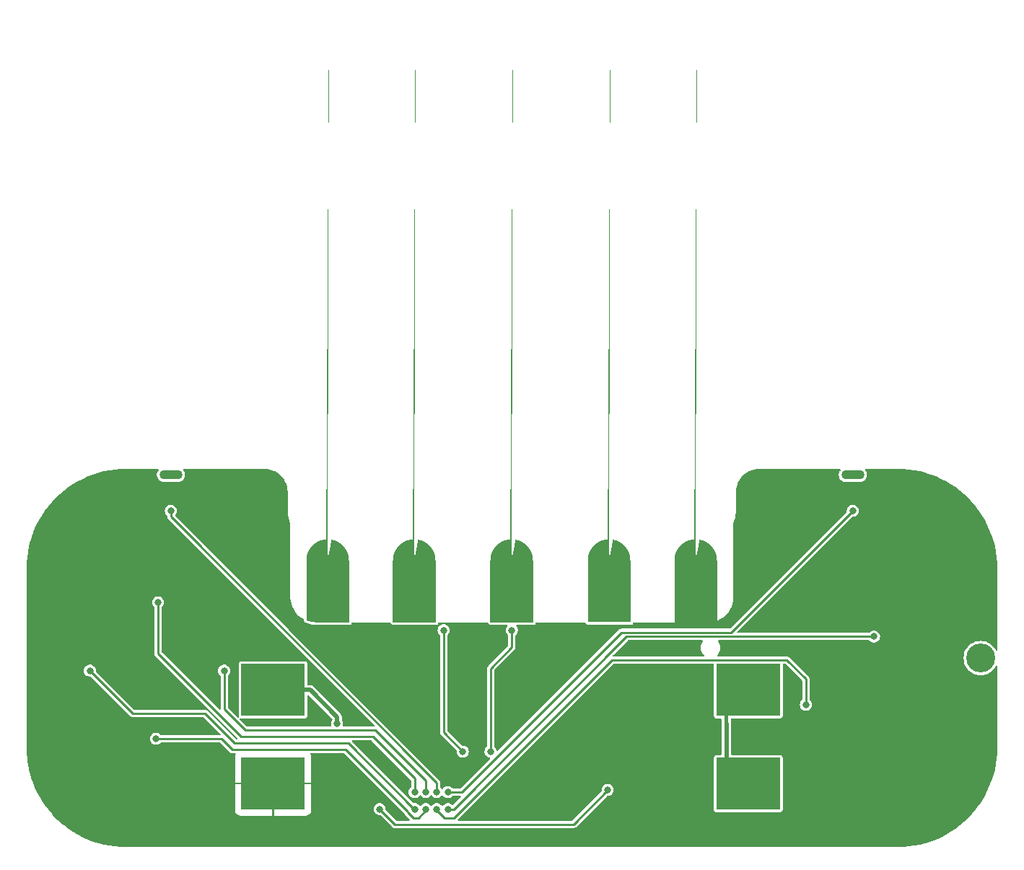
<source format=gbl>
%TF.GenerationSoftware,KiCad,Pcbnew,8.0.2-1*%
%TF.CreationDate,2024-07-01T17:17:08+01:00*%
%TF.ProjectId,solderbit-gamepad,736f6c64-6572-4626-9974-2d67616d6570,v0.6*%
%TF.SameCoordinates,Original*%
%TF.FileFunction,Copper,L2,Bot*%
%TF.FilePolarity,Positive*%
%FSLAX46Y46*%
G04 Gerber Fmt 4.6, Leading zero omitted, Abs format (unit mm)*
G04 Created by KiCad (PCBNEW 8.0.2-1) date 2024-07-01 17:17:08*
%MOMM*%
%LPD*%
G01*
G04 APERTURE LIST*
G04 Aperture macros list*
%AMFreePoly0*
4,1,13,3.725000,7.950000,-2.328457,7.950000,-2.326326,3.050000,3.725000,3.050000,3.725000,-3.050000,-3.725000,-3.050000,-3.725000,3.050000,-2.821543,3.050000,-2.823674,7.950000,-3.725000,7.950000,-3.725000,14.050000,3.725000,14.050000,3.725000,7.950000,3.725000,7.950000,$1*%
%AMFreePoly1*
4,1,51,0.468453,2.455718,0.772542,2.377641,1.064448,2.262068,1.339567,2.110820,1.593560,1.926283,1.822422,1.711368,2.022542,1.469463,2.190767,1.204384,2.324441,0.920311,2.421458,0.621725,2.480287,0.313333,2.500000,0.000000,2.480287,-0.313333,2.421458,-0.621725,2.324441,-0.920311,2.190767,-1.204384,2.022542,-1.469463,1.822422,-1.711368,1.593560,-1.926283,1.339567,-2.110820,
1.064448,-2.262068,0.772542,-2.377641,0.468453,-2.455718,0.156976,-2.495067,-0.156976,-2.495067,-0.468453,-2.455718,-0.772542,-2.377641,-1.064448,-2.262068,-1.339567,-2.110820,-1.593560,-1.926283,-1.822422,-1.711368,-2.022542,-1.469463,-2.190767,-1.204384,-2.324441,-0.920311,-2.421458,-0.621725,-2.480287,-0.313333,-2.500000,0.000000,-2.480287,0.313333,-2.421458,0.621725,-2.324441,0.920311,
-2.190767,1.204384,-2.022542,1.469463,-1.822422,1.711368,-1.593560,1.926283,-1.339567,2.110820,-1.064448,2.262068,-0.772542,2.377641,-0.468453,2.455718,-0.156976,2.495067,0.156976,2.495067,0.468453,2.455718,0.468453,2.455718,$1*%
%AMFreePoly2*
4,1,22,0.207708,0.454816,0.327430,0.377875,0.420627,0.270320,0.479746,0.140866,0.500000,0.000000,2.400000,0.000000,2.400000,-7.250000,-1.509995,-7.250000,-1.509995,-7.245363,-1.695996,-7.242549,-2.065134,-7.196484,-2.425728,-7.105063,-2.600000,-7.039999,-2.600000,0.000000,-0.500000,0.000000,-0.479746,0.140866,-0.420627,0.270320,-0.327430,0.377875,-0.207708,0.454816,-0.071157,0.494911,
0.071157,0.494911,0.207708,0.454816,0.207708,0.454816,$1*%
%AMFreePoly3*
4,1,17,0.207708,0.454816,0.327430,0.377875,0.420627,0.270320,0.479746,0.140866,0.500000,0.000000,2.500000,0.000000,2.500000,-7.250000,-2.500000,-7.250000,-2.500000,0.000000,-0.500000,0.000000,-0.479746,0.140866,-0.420627,0.270320,-0.327430,0.377875,-0.207708,0.454816,-0.071157,0.494911,0.071157,0.494911,0.207708,0.454816,0.207708,0.454816,$1*%
%AMFreePoly4*
4,1,5,2.530000,-3.750000,-2.470000,-3.750000,-2.470000,3.500000,2.530000,3.500000,2.530000,-3.750000,2.530000,-3.750000,$1*%
%AMFreePoly5*
4,1,17,0.207708,0.454816,0.327430,0.377875,0.420627,0.270320,0.479746,0.140866,0.500000,0.000000,2.600000,0.000000,2.600000,-7.300000,-2.400000,-7.300000,-2.400000,0.000000,-0.500000,0.000000,-0.479746,0.140866,-0.420627,0.270320,-0.327430,0.377875,-0.207708,0.454816,-0.071157,0.494911,0.071157,0.494911,0.207708,0.454816,0.207708,0.454816,$1*%
G04 Aperture macros list end*
%TA.AperFunction,ComponentPad*%
%ADD10O,2.700000X1.100000*%
%TD*%
%TA.AperFunction,SMDPad,CuDef*%
%ADD11FreePoly0,0.000000*%
%TD*%
%TA.AperFunction,SMDPad,CuDef*%
%ADD12R,7.450000X6.100000*%
%TD*%
%TA.AperFunction,ComponentPad*%
%ADD13FreePoly1,0.000000*%
%TD*%
%TA.AperFunction,SMDPad,CuDef*%
%ADD14FreePoly2,0.000000*%
%TD*%
%TA.AperFunction,SMDPad,CuDef*%
%ADD15FreePoly3,0.000000*%
%TD*%
%TA.AperFunction,SMDPad,CuDef*%
%ADD16FreePoly4,0.000000*%
%TD*%
%TA.AperFunction,SMDPad,CuDef*%
%ADD17FreePoly5,0.000000*%
%TD*%
%TA.AperFunction,ComponentPad*%
%ADD18C,3.400000*%
%TD*%
%TA.AperFunction,ViaPad*%
%ADD19C,0.800000*%
%TD*%
%TA.AperFunction,Conductor*%
%ADD20C,0.250000*%
%TD*%
%TA.AperFunction,Conductor*%
%ADD21C,0.500000*%
%TD*%
G04 APERTURE END LIST*
D10*
X144264719Y-37514719D03*
X64264719Y-37514719D03*
D11*
X132000000Y-73750000D03*
D12*
X76250000Y-62750000D03*
X76250000Y-73750000D03*
D13*
X82674719Y-47564719D03*
D14*
X82774719Y-47564719D03*
D15*
X92834719Y-47564719D03*
D13*
X92834719Y-47564719D03*
D15*
X104264719Y-47564719D03*
D13*
X104264719Y-47564719D03*
D16*
X115664719Y-51064719D03*
D13*
X115694719Y-47564719D03*
D17*
X125754719Y-47564719D03*
D13*
X125854719Y-47564719D03*
D18*
X159264719Y-59014719D03*
D19*
X95426577Y-71066179D03*
X112250000Y-55750000D03*
X156500000Y-42500000D03*
X66000000Y-77500000D03*
X88750000Y-76750000D03*
X115500000Y-74500000D03*
X98500000Y-70000000D03*
X96250000Y-55750000D03*
X101750000Y-70000000D03*
X104264719Y-55750000D03*
X92849991Y-76750000D03*
X54750000Y-60500000D03*
X62750000Y-52500000D03*
X92849991Y-74750000D03*
X94149994Y-74750000D03*
X70500000Y-60500000D03*
X94149994Y-76750000D03*
X62500000Y-68500000D03*
X138750000Y-64500000D03*
X95449997Y-76750000D03*
X146750000Y-56500000D03*
X96750000Y-76750000D03*
X95449997Y-74750000D03*
X64250000Y-41750000D03*
X96750000Y-74750000D03*
X144250000Y-41750000D03*
X83750000Y-66675000D03*
D20*
X90525000Y-78525000D02*
X88750000Y-76750000D01*
X115500000Y-74500000D02*
X111475000Y-78525000D01*
X111475000Y-78525000D02*
X90525000Y-78525000D01*
X96250000Y-67750000D02*
X98500000Y-70000000D01*
X96250000Y-55750000D02*
X96250000Y-67750000D01*
X104264719Y-57735281D02*
X104264719Y-55750000D01*
X101750000Y-60250000D02*
X104264719Y-57735281D01*
X101750000Y-70000000D02*
X101750000Y-60250000D01*
X71750000Y-69000000D02*
X68250000Y-65500000D01*
X92810660Y-76750000D02*
X85060660Y-69000000D01*
X85060660Y-69000000D02*
X71750000Y-69000000D01*
X92849991Y-76750000D02*
X92810660Y-76750000D01*
X59750000Y-65500000D02*
X54750000Y-60500000D01*
X68250000Y-65500000D02*
X59750000Y-65500000D01*
X72500000Y-68250000D02*
X62750000Y-58500000D01*
X87939340Y-68250000D02*
X72500000Y-68250000D01*
X92849991Y-74750000D02*
X92849991Y-73160651D01*
X62750000Y-58500000D02*
X62750000Y-52500000D01*
X92849991Y-73160651D02*
X87939340Y-68250000D01*
X72975000Y-67500000D02*
X70500000Y-65025000D01*
X94149994Y-73399994D02*
X88250000Y-67500000D01*
X88250000Y-67500000D02*
X72975000Y-67500000D01*
X70500000Y-65025000D02*
X70500000Y-60500000D01*
X94149994Y-74750000D02*
X94149994Y-73399994D01*
X94149994Y-76750000D02*
X94149994Y-76899566D01*
X71439340Y-69750000D02*
X70189340Y-68500000D01*
X84750000Y-69750000D02*
X71439340Y-69750000D01*
X93274560Y-77775000D02*
X92708264Y-77775000D01*
X70189340Y-68500000D02*
X62500000Y-68500000D01*
X92708264Y-77775000D02*
X92024991Y-77091727D01*
X94149994Y-76899566D02*
X93274560Y-77775000D01*
X92024991Y-77024991D02*
X84750000Y-69750000D01*
X92024991Y-77091727D02*
X92024991Y-77024991D01*
X97475000Y-77775000D02*
X96325431Y-77775000D01*
X136525000Y-59250000D02*
X116000000Y-59250000D01*
X96325431Y-77775000D02*
X95449997Y-76899566D01*
X95449997Y-76899566D02*
X95449997Y-76750000D01*
X138750000Y-61475000D02*
X136525000Y-59250000D01*
X116000000Y-59250000D02*
X97475000Y-77775000D01*
X138750000Y-64500000D02*
X138750000Y-61475000D01*
X117689340Y-56500000D02*
X97439340Y-76750000D01*
X97439340Y-76750000D02*
X96750000Y-76750000D01*
X146750000Y-56500000D02*
X117689340Y-56500000D01*
X64250000Y-41750000D02*
X64250000Y-42439340D01*
X64250000Y-42439340D02*
X95449997Y-73639337D01*
X95449997Y-73639337D02*
X95449997Y-74750000D01*
X130000000Y-56000000D02*
X144250000Y-41750000D01*
X117128680Y-56000000D02*
X130000000Y-56000000D01*
X96750000Y-74750000D02*
X98378680Y-74750000D01*
X98378680Y-74750000D02*
X117128680Y-56000000D01*
D21*
X83750000Y-65925000D02*
X80575000Y-62750000D01*
X80575000Y-62750000D02*
X76250000Y-62750000D01*
X83750000Y-66675000D02*
X83750000Y-65925000D01*
%TA.AperFunction,Conductor*%
G36*
X62782199Y-36834126D02*
G01*
X62818163Y-36883626D01*
X62818163Y-36944812D01*
X62806323Y-36969221D01*
X62804095Y-36972554D01*
X62804093Y-36972557D01*
X62759969Y-37038592D01*
X62711015Y-37111856D01*
X62646904Y-37266633D01*
X62646902Y-37266639D01*
X62614219Y-37430949D01*
X62614219Y-37598488D01*
X62646902Y-37762798D01*
X62646904Y-37762804D01*
X62711015Y-37917581D01*
X62711016Y-37917582D01*
X62804093Y-38056881D01*
X62922557Y-38175345D01*
X63061856Y-38268422D01*
X63216637Y-38332535D01*
X63380952Y-38365219D01*
X63380953Y-38365219D01*
X65148485Y-38365219D01*
X65148486Y-38365219D01*
X65312801Y-38332535D01*
X65467582Y-38268422D01*
X65606881Y-38175345D01*
X65725345Y-38056881D01*
X65818422Y-37917582D01*
X65882535Y-37762801D01*
X65915219Y-37598486D01*
X65915219Y-37430952D01*
X65882535Y-37266637D01*
X65818422Y-37111856D01*
X65725345Y-36972557D01*
X65725342Y-36972554D01*
X65723115Y-36969221D01*
X65706506Y-36910333D01*
X65727683Y-36852929D01*
X65778557Y-36818936D01*
X65805430Y-36815219D01*
X75202305Y-36815219D01*
X75247130Y-36815219D01*
X75252655Y-36815373D01*
X75545242Y-36831726D01*
X75556207Y-36832957D01*
X75842412Y-36881352D01*
X75853164Y-36883794D01*
X76132200Y-36963785D01*
X76142627Y-36967414D01*
X76411005Y-37078001D01*
X76420957Y-37082768D01*
X76675349Y-37222577D01*
X76684703Y-37228421D01*
X76854382Y-37348077D01*
X76921914Y-37395700D01*
X76930575Y-37402562D01*
X77147663Y-37595230D01*
X77155505Y-37603014D01*
X77349772Y-37818676D01*
X77356698Y-37827286D01*
X77525722Y-38063255D01*
X77531645Y-38072584D01*
X77673318Y-38325917D01*
X77678165Y-38335847D01*
X77790723Y-38603387D01*
X77794433Y-38613795D01*
X77876476Y-38892215D01*
X77879003Y-38902972D01*
X77929508Y-39188805D01*
X77930820Y-39199776D01*
X77949302Y-39491733D01*
X77949500Y-39497988D01*
X77949500Y-41810173D01*
X77949579Y-41811389D01*
X77949577Y-41937677D01*
X77949577Y-41937687D01*
X77985729Y-42281729D01*
X78057645Y-42620110D01*
X78164540Y-42949123D01*
X78256161Y-43154917D01*
X78264719Y-43195182D01*
X78264719Y-51814718D01*
X78266160Y-51919266D01*
X78267039Y-51983070D01*
X78304736Y-52317635D01*
X78304738Y-52317645D01*
X78379658Y-52645891D01*
X78490858Y-52963684D01*
X78490860Y-52963688D01*
X78636946Y-53267038D01*
X78816077Y-53552123D01*
X78816079Y-53552126D01*
X78816081Y-53552129D01*
X79025991Y-53815349D01*
X79025997Y-53815355D01*
X79026001Y-53815360D01*
X79264078Y-54053437D01*
X79264082Y-54053440D01*
X79264088Y-54053446D01*
X79527308Y-54263356D01*
X79527312Y-54263358D01*
X79527315Y-54263361D01*
X79812400Y-54442492D01*
X79813160Y-54442858D01*
X79813295Y-54442987D01*
X79814829Y-54443835D01*
X79814605Y-54444239D01*
X79857391Y-54485133D01*
X79869219Y-54532060D01*
X79869219Y-54604736D01*
X79870890Y-54636635D01*
X79870890Y-54636638D01*
X79870891Y-54636639D01*
X79902939Y-54744238D01*
X79955737Y-54812398D01*
X79971692Y-54832995D01*
X80060733Y-54886626D01*
X80067866Y-54890922D01*
X80242138Y-54955986D01*
X80273913Y-54965913D01*
X80634507Y-55057334D01*
X80634519Y-55057336D01*
X80634526Y-55057338D01*
X80671750Y-55064351D01*
X80671753Y-55064352D01*
X80745381Y-55073539D01*
X81040893Y-55110417D01*
X81074102Y-55112733D01*
X81229526Y-55115083D01*
X81246204Y-55116756D01*
X81264724Y-55120219D01*
X81264728Y-55120219D01*
X85174724Y-55120219D01*
X85188813Y-55119567D01*
X85202907Y-55118916D01*
X85310892Y-55088191D01*
X85400486Y-55020533D01*
X85459589Y-54925078D01*
X85465113Y-54895526D01*
X85494389Y-54841803D01*
X85549655Y-54815546D01*
X85562427Y-54814719D01*
X89947741Y-54814719D01*
X90005932Y-54833626D01*
X90041896Y-54883126D01*
X90042952Y-54886594D01*
X90061247Y-54950892D01*
X90128905Y-55040486D01*
X90224360Y-55099589D01*
X90334719Y-55120219D01*
X95334724Y-55120219D01*
X95348813Y-55119567D01*
X95362907Y-55118916D01*
X95470892Y-55088191D01*
X95560486Y-55020533D01*
X95619589Y-54925078D01*
X95625113Y-54895526D01*
X95654389Y-54841803D01*
X95709655Y-54815546D01*
X95722427Y-54814719D01*
X101377741Y-54814719D01*
X101435932Y-54833626D01*
X101471896Y-54883126D01*
X101472952Y-54886594D01*
X101491247Y-54950892D01*
X101558905Y-55040486D01*
X101654360Y-55099589D01*
X101764719Y-55120219D01*
X103659956Y-55120219D01*
X103718147Y-55139126D01*
X103754111Y-55188626D01*
X103754111Y-55249812D01*
X103738890Y-55276419D01*
X103739938Y-55277143D01*
X103736538Y-55282069D01*
X103736536Y-55282071D01*
X103639901Y-55422070D01*
X103593090Y-55545504D01*
X103579579Y-55581129D01*
X103560442Y-55738737D01*
X103559074Y-55750000D01*
X103579579Y-55918872D01*
X103639901Y-56077930D01*
X103736536Y-56217929D01*
X103736538Y-56217931D01*
X103736541Y-56217934D01*
X103805867Y-56279350D01*
X103836886Y-56332089D01*
X103839219Y-56353453D01*
X103839219Y-57518025D01*
X103820312Y-57576216D01*
X103810223Y-57588029D01*
X101488737Y-59909515D01*
X101488736Y-59909514D01*
X101409514Y-59988737D01*
X101353498Y-60085758D01*
X101324500Y-60193983D01*
X101324500Y-69396545D01*
X101305593Y-69454736D01*
X101291149Y-69470647D01*
X101221823Y-69532064D01*
X101221816Y-69532072D01*
X101125182Y-69672070D01*
X101064860Y-69831129D01*
X101044355Y-69999998D01*
X101044355Y-70000001D01*
X101051190Y-70056290D01*
X101064860Y-70168872D01*
X101125182Y-70327930D01*
X101193240Y-70426528D01*
X101221816Y-70467927D01*
X101221818Y-70467930D01*
X101228933Y-70474233D01*
X101349148Y-70580734D01*
X101499775Y-70659790D01*
X101548551Y-70671812D01*
X101624067Y-70690425D01*
X101676042Y-70722708D01*
X101699115Y-70779377D01*
X101684473Y-70838784D01*
X101670379Y-70856552D01*
X98231428Y-74295504D01*
X98176911Y-74323281D01*
X98161424Y-74324500D01*
X97359428Y-74324500D01*
X97301237Y-74305593D01*
X97282419Y-74286314D01*
X97282152Y-74286552D01*
X97278181Y-74282069D01*
X97193295Y-74206867D01*
X97150852Y-74169266D01*
X97000225Y-74090210D01*
X97000224Y-74090209D01*
X97000223Y-74090209D01*
X96835058Y-74049500D01*
X96835056Y-74049500D01*
X96664944Y-74049500D01*
X96664941Y-74049500D01*
X96499776Y-74090209D01*
X96349146Y-74169267D01*
X96221825Y-74282064D01*
X96221817Y-74282071D01*
X96181474Y-74340518D01*
X96181473Y-74340519D01*
X96132855Y-74377667D01*
X96071688Y-74379145D01*
X96021334Y-74344387D01*
X96018523Y-74340518D01*
X95978180Y-74282071D01*
X95978176Y-74282067D01*
X95978173Y-74282064D01*
X95908848Y-74220647D01*
X95877829Y-74167907D01*
X95875497Y-74146545D01*
X95875497Y-73583320D01*
X95875497Y-73583319D01*
X95846500Y-73475100D01*
X95846498Y-73475097D01*
X95846498Y-73475095D01*
X95790482Y-73378074D01*
X95711260Y-73298851D01*
X95711260Y-73298852D01*
X78162408Y-55750000D01*
X95544355Y-55750000D01*
X95564860Y-55918872D01*
X95625182Y-56077930D01*
X95721817Y-56217929D01*
X95721819Y-56217931D01*
X95721822Y-56217934D01*
X95791148Y-56279350D01*
X95822167Y-56332089D01*
X95824500Y-56353453D01*
X95824500Y-67693982D01*
X95824500Y-67806018D01*
X95833662Y-67840210D01*
X95853498Y-67914241D01*
X95909513Y-68011260D01*
X95909515Y-68011263D01*
X96842659Y-68944407D01*
X97771519Y-69873267D01*
X97799296Y-69927784D01*
X97799793Y-69955202D01*
X97794355Y-69999995D01*
X97794355Y-70000002D01*
X97804207Y-70081139D01*
X97814860Y-70168872D01*
X97875182Y-70327930D01*
X97943240Y-70426528D01*
X97971816Y-70467927D01*
X97971818Y-70467930D01*
X97978933Y-70474233D01*
X98099148Y-70580734D01*
X98249775Y-70659790D01*
X98414944Y-70700500D01*
X98414947Y-70700500D01*
X98585053Y-70700500D01*
X98585056Y-70700500D01*
X98750225Y-70659790D01*
X98900852Y-70580734D01*
X99028183Y-70467929D01*
X99124818Y-70327930D01*
X99185140Y-70168872D01*
X99205645Y-70000000D01*
X99205644Y-69999995D01*
X99199279Y-69947571D01*
X99185140Y-69831128D01*
X99124818Y-69672070D01*
X99028183Y-69532071D01*
X98900852Y-69419266D01*
X98750225Y-69340210D01*
X98750224Y-69340209D01*
X98750223Y-69340209D01*
X98585058Y-69299500D01*
X98585056Y-69299500D01*
X98442256Y-69299500D01*
X98384065Y-69280593D01*
X98372252Y-69270504D01*
X96704496Y-67602748D01*
X96676719Y-67548231D01*
X96675500Y-67532744D01*
X96675500Y-56353453D01*
X96694407Y-56295262D01*
X96708852Y-56279350D01*
X96778177Y-56217934D01*
X96778183Y-56217929D01*
X96874818Y-56077930D01*
X96935140Y-55918872D01*
X96955645Y-55750000D01*
X96954277Y-55738737D01*
X96944658Y-55659515D01*
X96935140Y-55581128D01*
X96874818Y-55422070D01*
X96778183Y-55282071D01*
X96772620Y-55277143D01*
X96650853Y-55169267D01*
X96650852Y-55169266D01*
X96500225Y-55090210D01*
X96500224Y-55090209D01*
X96500223Y-55090209D01*
X96335058Y-55049500D01*
X96335056Y-55049500D01*
X96164944Y-55049500D01*
X96164941Y-55049500D01*
X95999776Y-55090209D01*
X95849146Y-55169267D01*
X95721818Y-55282069D01*
X95721817Y-55282071D01*
X95625182Y-55422070D01*
X95578371Y-55545504D01*
X95564860Y-55581129D01*
X95545723Y-55738737D01*
X95544355Y-55750000D01*
X78162408Y-55750000D01*
X64774154Y-42361746D01*
X64746377Y-42307229D01*
X64755948Y-42246797D01*
X64774570Y-42222732D01*
X64774210Y-42222413D01*
X64778177Y-42217934D01*
X64778183Y-42217929D01*
X64874818Y-42077930D01*
X64935140Y-41918872D01*
X64955645Y-41750000D01*
X64955263Y-41746858D01*
X64951651Y-41717105D01*
X64935140Y-41581128D01*
X64874818Y-41422070D01*
X64778183Y-41282071D01*
X64710857Y-41222426D01*
X64650853Y-41169267D01*
X64650852Y-41169266D01*
X64500225Y-41090210D01*
X64500224Y-41090209D01*
X64500223Y-41090209D01*
X64335058Y-41049500D01*
X64335056Y-41049500D01*
X64164944Y-41049500D01*
X64164941Y-41049500D01*
X63999776Y-41090209D01*
X63849146Y-41169267D01*
X63721818Y-41282069D01*
X63721816Y-41282072D01*
X63625182Y-41422070D01*
X63564860Y-41581129D01*
X63544737Y-41746858D01*
X63544355Y-41750000D01*
X63564860Y-41918872D01*
X63625182Y-42077930D01*
X63721817Y-42217929D01*
X63721819Y-42217931D01*
X63721822Y-42217934D01*
X63791148Y-42279350D01*
X63822167Y-42332089D01*
X63824500Y-42353453D01*
X63824500Y-42383322D01*
X63824500Y-42495358D01*
X63850072Y-42590795D01*
X63853498Y-42603581D01*
X63909513Y-42700600D01*
X63909515Y-42700603D01*
X76021310Y-54812398D01*
X88114408Y-66905496D01*
X88142185Y-66960013D01*
X88132614Y-67020445D01*
X88089349Y-67063710D01*
X88044404Y-67074500D01*
X84491101Y-67074500D01*
X84432910Y-67055593D01*
X84396946Y-67006093D01*
X84396946Y-66944907D01*
X84398534Y-66940395D01*
X84411769Y-66905496D01*
X84435140Y-66843872D01*
X84455645Y-66675000D01*
X84435140Y-66506128D01*
X84374818Y-66347070D01*
X84318024Y-66264790D01*
X84300500Y-66208553D01*
X84300500Y-65852525D01*
X84293979Y-65828188D01*
X84262984Y-65712515D01*
X84262983Y-65712513D01*
X84235111Y-65664236D01*
X84235111Y-65664235D01*
X84190511Y-65586987D01*
X84190510Y-65586985D01*
X80913015Y-62309490D01*
X80787485Y-62237016D01*
X80647475Y-62199500D01*
X80647474Y-62199500D01*
X80374499Y-62199500D01*
X80316308Y-62180593D01*
X80280344Y-62131093D01*
X80275499Y-62100500D01*
X80275499Y-59655139D01*
X80275499Y-59655136D01*
X80272585Y-59630009D01*
X80227206Y-59527235D01*
X80147765Y-59447794D01*
X80044991Y-59402415D01*
X80044990Y-59402414D01*
X80044988Y-59402414D01*
X80019868Y-59399500D01*
X72480139Y-59399500D01*
X72480136Y-59399501D01*
X72455009Y-59402414D01*
X72352235Y-59447794D01*
X72272794Y-59527235D01*
X72227414Y-59630011D01*
X72224500Y-59655130D01*
X72224500Y-65844860D01*
X72224501Y-65844863D01*
X72227414Y-65869990D01*
X72227415Y-65869992D01*
X72235412Y-65888104D01*
X72241619Y-65948974D01*
X72210863Y-66001867D01*
X72154890Y-66026580D01*
X72095082Y-66013674D01*
X72074843Y-65998095D01*
X70954496Y-64877748D01*
X70926719Y-64823231D01*
X70925500Y-64807744D01*
X70925500Y-61103453D01*
X70944407Y-61045262D01*
X70958852Y-61029350D01*
X71028177Y-60967934D01*
X71028183Y-60967929D01*
X71124818Y-60827930D01*
X71185140Y-60668872D01*
X71205645Y-60500000D01*
X71185140Y-60331128D01*
X71124818Y-60172070D01*
X71028183Y-60032071D01*
X70985103Y-59993906D01*
X70900853Y-59919267D01*
X70900852Y-59919266D01*
X70750225Y-59840210D01*
X70750224Y-59840209D01*
X70750223Y-59840209D01*
X70585058Y-59799500D01*
X70585056Y-59799500D01*
X70414944Y-59799500D01*
X70414941Y-59799500D01*
X70249776Y-59840209D01*
X70099146Y-59919267D01*
X69971818Y-60032069D01*
X69971817Y-60032071D01*
X69875182Y-60172070D01*
X69814860Y-60331128D01*
X69794355Y-60500000D01*
X69814860Y-60668872D01*
X69875182Y-60827930D01*
X69971817Y-60967929D01*
X69971819Y-60967931D01*
X69971822Y-60967934D01*
X70041148Y-61029350D01*
X70072167Y-61082089D01*
X70074500Y-61103453D01*
X70074500Y-64983744D01*
X70055593Y-65041935D01*
X70006093Y-65077899D01*
X69944907Y-65077899D01*
X69905496Y-65053748D01*
X63204496Y-58352748D01*
X63176719Y-58298231D01*
X63175500Y-58282744D01*
X63175500Y-53103453D01*
X63194407Y-53045262D01*
X63208852Y-53029350D01*
X63278177Y-52967934D01*
X63278183Y-52967929D01*
X63374818Y-52827930D01*
X63435140Y-52668872D01*
X63455645Y-52500000D01*
X63435140Y-52331128D01*
X63374818Y-52172070D01*
X63278183Y-52032071D01*
X63222866Y-51983065D01*
X63150853Y-51919267D01*
X63150852Y-51919266D01*
X63000225Y-51840210D01*
X63000224Y-51840209D01*
X63000223Y-51840209D01*
X62835058Y-51799500D01*
X62835056Y-51799500D01*
X62664944Y-51799500D01*
X62664941Y-51799500D01*
X62499776Y-51840209D01*
X62349146Y-51919267D01*
X62221818Y-52032069D01*
X62221817Y-52032071D01*
X62125182Y-52172070D01*
X62064860Y-52331128D01*
X62044355Y-52500000D01*
X62064860Y-52668872D01*
X62125182Y-52827930D01*
X62221817Y-52967929D01*
X62221819Y-52967931D01*
X62221822Y-52967934D01*
X62291148Y-53029350D01*
X62322167Y-53082089D01*
X62324500Y-53103453D01*
X62324500Y-58443982D01*
X62324500Y-58556018D01*
X62326960Y-58565198D01*
X62353498Y-58664241D01*
X62406530Y-58756093D01*
X62409515Y-58761263D01*
X67544798Y-63896545D01*
X72053749Y-68405496D01*
X72081526Y-68460013D01*
X72071955Y-68520445D01*
X72028690Y-68563710D01*
X71983745Y-68574500D01*
X71967256Y-68574500D01*
X71909065Y-68555593D01*
X71897252Y-68545504D01*
X70257244Y-66905496D01*
X68511263Y-65159515D01*
X68511260Y-65159513D01*
X68414240Y-65103498D01*
X68414242Y-65103498D01*
X68372251Y-65092247D01*
X68306018Y-65074500D01*
X68306016Y-65074500D01*
X59967256Y-65074500D01*
X59909065Y-65055593D01*
X59897252Y-65045504D01*
X55478479Y-60626731D01*
X55450702Y-60572214D01*
X55450205Y-60544798D01*
X55455645Y-60500000D01*
X55435140Y-60331128D01*
X55374818Y-60172070D01*
X55278183Y-60032071D01*
X55235103Y-59993906D01*
X55150853Y-59919267D01*
X55150852Y-59919266D01*
X55000225Y-59840210D01*
X55000224Y-59840209D01*
X55000223Y-59840209D01*
X54835058Y-59799500D01*
X54835056Y-59799500D01*
X54664944Y-59799500D01*
X54664941Y-59799500D01*
X54499776Y-59840209D01*
X54349146Y-59919267D01*
X54221818Y-60032069D01*
X54221817Y-60032071D01*
X54125182Y-60172070D01*
X54064860Y-60331128D01*
X54044355Y-60500000D01*
X54064860Y-60668872D01*
X54125182Y-60827930D01*
X54221817Y-60967929D01*
X54349148Y-61080734D01*
X54499775Y-61159790D01*
X54664944Y-61200500D01*
X54664947Y-61200500D01*
X54807744Y-61200500D01*
X54865935Y-61219407D01*
X54877748Y-61229496D01*
X59409515Y-65761263D01*
X59409514Y-65761263D01*
X59488737Y-65840485D01*
X59585759Y-65896501D01*
X59585757Y-65896501D01*
X59585761Y-65896502D01*
X59585763Y-65896503D01*
X59693982Y-65925500D01*
X68032744Y-65925500D01*
X68090935Y-65944407D01*
X68102748Y-65954496D01*
X70053748Y-67905496D01*
X70081525Y-67960013D01*
X70071954Y-68020445D01*
X70028689Y-68063710D01*
X69983744Y-68074500D01*
X63109428Y-68074500D01*
X63051237Y-68055593D01*
X63032419Y-68036314D01*
X63032152Y-68036552D01*
X63028181Y-68032069D01*
X62900853Y-67919267D01*
X62900852Y-67919266D01*
X62750225Y-67840210D01*
X62750224Y-67840209D01*
X62750223Y-67840209D01*
X62585058Y-67799500D01*
X62585056Y-67799500D01*
X62414944Y-67799500D01*
X62414941Y-67799500D01*
X62249776Y-67840209D01*
X62099146Y-67919267D01*
X61971818Y-68032069D01*
X61971816Y-68032072D01*
X61875182Y-68172070D01*
X61814860Y-68331129D01*
X61794355Y-68499998D01*
X61794355Y-68500001D01*
X61796837Y-68520445D01*
X61814860Y-68668872D01*
X61875182Y-68827930D01*
X61971817Y-68967929D01*
X62099148Y-69080734D01*
X62249775Y-69159790D01*
X62414944Y-69200500D01*
X62414947Y-69200500D01*
X62585053Y-69200500D01*
X62585056Y-69200500D01*
X62750225Y-69159790D01*
X62900852Y-69080734D01*
X63028183Y-68967929D01*
X63028186Y-68967923D01*
X63032152Y-68963448D01*
X63033125Y-68964310D01*
X63076564Y-68931114D01*
X63109428Y-68925500D01*
X69972084Y-68925500D01*
X70030275Y-68944407D01*
X70042088Y-68954496D01*
X71098855Y-70011263D01*
X71098854Y-70011263D01*
X71178077Y-70090485D01*
X71275099Y-70146501D01*
X71275097Y-70146501D01*
X71275101Y-70146502D01*
X71275103Y-70146503D01*
X71383322Y-70175500D01*
X71789939Y-70175500D01*
X71848130Y-70194407D01*
X71884094Y-70243907D01*
X71884094Y-70305093D01*
X71874199Y-70326473D01*
X71840643Y-70380874D01*
X71785493Y-70547306D01*
X71775000Y-70650012D01*
X71775000Y-73649999D01*
X71775001Y-73650000D01*
X80724998Y-73650000D01*
X80724999Y-73649999D01*
X80724999Y-70650013D01*
X80714507Y-70547312D01*
X80714504Y-70547300D01*
X80659356Y-70380874D01*
X80625801Y-70326473D01*
X80611344Y-70267020D01*
X80634594Y-70210424D01*
X80686670Y-70178303D01*
X80710061Y-70175500D01*
X84532744Y-70175500D01*
X84590935Y-70194407D01*
X84602748Y-70204496D01*
X91600313Y-77202061D01*
X91625934Y-77246437D01*
X91628486Y-77255960D01*
X91628489Y-77255967D01*
X91661223Y-77312663D01*
X91684506Y-77352990D01*
X92063372Y-77731856D01*
X92262012Y-77930496D01*
X92289789Y-77985013D01*
X92280218Y-78045445D01*
X92236953Y-78088710D01*
X92192008Y-78099500D01*
X90742256Y-78099500D01*
X90684065Y-78080593D01*
X90672252Y-78070504D01*
X89478479Y-76876731D01*
X89450702Y-76822214D01*
X89450205Y-76794798D01*
X89455645Y-76750000D01*
X89435140Y-76581128D01*
X89374818Y-76422070D01*
X89278183Y-76282071D01*
X89150852Y-76169266D01*
X89000225Y-76090210D01*
X89000224Y-76090209D01*
X89000223Y-76090209D01*
X88835058Y-76049500D01*
X88835056Y-76049500D01*
X88664944Y-76049500D01*
X88664941Y-76049500D01*
X88499776Y-76090209D01*
X88349146Y-76169267D01*
X88221818Y-76282069D01*
X88221816Y-76282072D01*
X88181473Y-76340519D01*
X88125182Y-76422070D01*
X88064860Y-76581128D01*
X88044355Y-76750000D01*
X88064860Y-76918872D01*
X88125182Y-77077930D01*
X88221817Y-77217929D01*
X88349148Y-77330734D01*
X88499775Y-77409790D01*
X88664944Y-77450500D01*
X88664947Y-77450500D01*
X88807744Y-77450500D01*
X88865935Y-77469407D01*
X88877748Y-77479496D01*
X90184515Y-78786263D01*
X90184514Y-78786263D01*
X90263737Y-78865485D01*
X90360759Y-78921501D01*
X90360757Y-78921501D01*
X90360761Y-78921502D01*
X90360763Y-78921503D01*
X90468982Y-78950500D01*
X90468984Y-78950500D01*
X111531016Y-78950500D01*
X111531018Y-78950500D01*
X111639237Y-78921503D01*
X111639239Y-78921501D01*
X111639241Y-78921501D01*
X111668064Y-78904859D01*
X111736263Y-78865485D01*
X115372251Y-75229495D01*
X115426768Y-75201719D01*
X115442255Y-75200500D01*
X115585053Y-75200500D01*
X115585056Y-75200500D01*
X115750225Y-75159790D01*
X115900852Y-75080734D01*
X116028183Y-74967929D01*
X116124818Y-74827930D01*
X116185140Y-74668872D01*
X116205645Y-74500000D01*
X116204245Y-74488474D01*
X116190970Y-74379145D01*
X116185140Y-74331128D01*
X116124818Y-74172070D01*
X116028183Y-74032071D01*
X115900852Y-73919266D01*
X115750225Y-73840210D01*
X115750224Y-73840209D01*
X115750223Y-73840209D01*
X115585058Y-73799500D01*
X115585056Y-73799500D01*
X115414944Y-73799500D01*
X115414941Y-73799500D01*
X115249776Y-73840209D01*
X115099146Y-73919267D01*
X114971818Y-74032069D01*
X114971816Y-74032072D01*
X114931687Y-74090209D01*
X114875182Y-74172070D01*
X114828371Y-74295504D01*
X114814860Y-74331129D01*
X114794355Y-74499997D01*
X114794355Y-74500003D01*
X114799793Y-74544795D01*
X114788037Y-74604841D01*
X114771519Y-74626731D01*
X111327748Y-78070504D01*
X111273231Y-78098281D01*
X111257744Y-78099500D01*
X97991256Y-78099500D01*
X97933065Y-78080593D01*
X97897101Y-78031093D01*
X97897101Y-77969907D01*
X97921252Y-77930496D01*
X116147251Y-59704496D01*
X116201768Y-59676719D01*
X116217255Y-59675500D01*
X127870500Y-59675500D01*
X127928691Y-59694407D01*
X127964655Y-59743907D01*
X127969500Y-59774500D01*
X127969500Y-65800004D01*
X127970802Y-65828183D01*
X127970802Y-65828186D01*
X127970803Y-65828188D01*
X127982697Y-65869990D01*
X128001528Y-65936173D01*
X128051137Y-66001867D01*
X128069186Y-66025767D01*
X128164641Y-66084870D01*
X128275000Y-66105500D01*
X128770500Y-66105500D01*
X128828691Y-66124407D01*
X128864655Y-66173907D01*
X128869500Y-66204500D01*
X128869500Y-70295500D01*
X128850593Y-70353691D01*
X128801093Y-70389655D01*
X128770500Y-70394500D01*
X128274995Y-70394500D01*
X128246816Y-70395802D01*
X128246812Y-70395803D01*
X128138826Y-70426528D01*
X128049233Y-70494185D01*
X128049231Y-70494188D01*
X127990129Y-70589641D01*
X127969500Y-70699999D01*
X127969500Y-76800004D01*
X127970802Y-76828183D01*
X127970802Y-76828186D01*
X127970803Y-76828188D01*
X128001528Y-76936173D01*
X128069186Y-77025767D01*
X128164641Y-77084870D01*
X128275000Y-77105500D01*
X135725005Y-77105500D01*
X135739094Y-77104848D01*
X135753188Y-77104197D01*
X135861173Y-77073472D01*
X135950767Y-77005814D01*
X136009870Y-76910359D01*
X136030500Y-76800000D01*
X136030500Y-70700000D01*
X136029197Y-70671812D01*
X135998472Y-70563827D01*
X135930814Y-70474233D01*
X135930811Y-70474231D01*
X135835358Y-70415129D01*
X135725000Y-70394500D01*
X130079500Y-70394500D01*
X130021309Y-70375593D01*
X129985345Y-70326093D01*
X129980500Y-70295500D01*
X129980500Y-66204500D01*
X129999407Y-66146309D01*
X130048907Y-66110345D01*
X130079500Y-66105500D01*
X135725005Y-66105500D01*
X135739094Y-66104848D01*
X135753188Y-66104197D01*
X135861173Y-66073472D01*
X135950767Y-66005814D01*
X136009870Y-65910359D01*
X136030500Y-65800000D01*
X136030500Y-59774500D01*
X136049407Y-59716309D01*
X136098907Y-59680345D01*
X136129500Y-59675500D01*
X136307744Y-59675500D01*
X136365935Y-59694407D01*
X136377748Y-59704496D01*
X138295504Y-61622252D01*
X138323281Y-61676769D01*
X138324500Y-61692256D01*
X138324500Y-63896545D01*
X138305593Y-63954736D01*
X138291149Y-63970647D01*
X138221823Y-64032064D01*
X138221817Y-64032071D01*
X138125182Y-64172070D01*
X138064860Y-64331128D01*
X138044355Y-64500000D01*
X138064860Y-64668872D01*
X138125182Y-64827930D01*
X138221816Y-64967927D01*
X138221818Y-64967930D01*
X138264260Y-65005530D01*
X138349148Y-65080734D01*
X138499775Y-65159790D01*
X138664944Y-65200500D01*
X138664947Y-65200500D01*
X138835053Y-65200500D01*
X138835056Y-65200500D01*
X139000225Y-65159790D01*
X139150852Y-65080734D01*
X139278183Y-64967929D01*
X139374818Y-64827930D01*
X139435140Y-64668872D01*
X139455645Y-64500000D01*
X139435140Y-64331128D01*
X139374818Y-64172070D01*
X139278183Y-64032071D01*
X139278179Y-64032067D01*
X139278176Y-64032064D01*
X139208851Y-63970647D01*
X139177832Y-63917907D01*
X139175500Y-63896545D01*
X139175500Y-61418983D01*
X139175500Y-61418982D01*
X139146503Y-61310763D01*
X139146501Y-61310760D01*
X139146501Y-61310758D01*
X139090485Y-61213737D01*
X139011263Y-61134514D01*
X139011263Y-61134515D01*
X136786263Y-58909515D01*
X136786260Y-58909513D01*
X136689240Y-58853498D01*
X136689242Y-58853498D01*
X136647251Y-58842247D01*
X136581018Y-58824500D01*
X136581016Y-58824500D01*
X128416561Y-58824500D01*
X128358370Y-58805593D01*
X128322406Y-58756093D01*
X128322406Y-58694907D01*
X128346555Y-58655498D01*
X128452553Y-58549501D01*
X128558996Y-58402994D01*
X128641211Y-58241639D01*
X128697171Y-58069409D01*
X128719187Y-57930404D01*
X128725500Y-57890549D01*
X128725500Y-57709450D01*
X128697171Y-57530593D01*
X128697171Y-57530591D01*
X128641211Y-57358361D01*
X128558996Y-57197006D01*
X128475940Y-57082689D01*
X128457034Y-57024500D01*
X128475941Y-56966309D01*
X128525441Y-56930345D01*
X128556034Y-56925500D01*
X146140572Y-56925500D01*
X146198763Y-56944407D01*
X146217580Y-56963685D01*
X146217848Y-56963448D01*
X146221816Y-56967928D01*
X146221817Y-56967929D01*
X146349148Y-57080734D01*
X146499775Y-57159790D01*
X146664944Y-57200500D01*
X146664947Y-57200500D01*
X146835053Y-57200500D01*
X146835056Y-57200500D01*
X147000225Y-57159790D01*
X147150852Y-57080734D01*
X147278183Y-56967929D01*
X147374818Y-56827930D01*
X147435140Y-56668872D01*
X147455645Y-56500000D01*
X147435140Y-56331128D01*
X147374818Y-56172070D01*
X147278183Y-56032071D01*
X147150852Y-55919266D01*
X147000225Y-55840210D01*
X147000224Y-55840209D01*
X147000223Y-55840209D01*
X146835058Y-55799500D01*
X146835056Y-55799500D01*
X146664944Y-55799500D01*
X146664941Y-55799500D01*
X146499776Y-55840209D01*
X146349146Y-55919267D01*
X146221818Y-56032069D01*
X146217848Y-56036552D01*
X146216874Y-56035689D01*
X146173436Y-56068886D01*
X146140572Y-56074500D01*
X130766256Y-56074500D01*
X130708065Y-56055593D01*
X130672101Y-56006093D01*
X130672101Y-55944907D01*
X130696252Y-55905496D01*
X144122250Y-42479496D01*
X144176767Y-42451719D01*
X144192254Y-42450500D01*
X144335053Y-42450500D01*
X144335056Y-42450500D01*
X144500225Y-42409790D01*
X144650852Y-42330734D01*
X144778183Y-42217929D01*
X144874818Y-42077930D01*
X144935140Y-41918872D01*
X144955645Y-41750000D01*
X144955263Y-41746858D01*
X144951651Y-41717105D01*
X144935140Y-41581128D01*
X144874818Y-41422070D01*
X144778183Y-41282071D01*
X144710857Y-41222426D01*
X144650853Y-41169267D01*
X144650852Y-41169266D01*
X144500225Y-41090210D01*
X144500224Y-41090209D01*
X144500223Y-41090209D01*
X144335058Y-41049500D01*
X144335056Y-41049500D01*
X144164944Y-41049500D01*
X144164941Y-41049500D01*
X143999776Y-41090209D01*
X143849146Y-41169267D01*
X143721818Y-41282069D01*
X143721816Y-41282072D01*
X143625182Y-41422070D01*
X143564860Y-41581129D01*
X143544355Y-41749997D01*
X143544355Y-41750004D01*
X143549793Y-41794797D01*
X143538037Y-41854842D01*
X143521519Y-41876732D01*
X129852748Y-55545504D01*
X129798231Y-55573281D01*
X129782744Y-55574500D01*
X117184698Y-55574500D01*
X117072661Y-55574500D01*
X117006428Y-55592246D01*
X116964438Y-55603498D01*
X116867417Y-55659514D01*
X116788194Y-55738736D01*
X116788195Y-55738737D01*
X116788193Y-55738739D01*
X102607136Y-69919794D01*
X102552619Y-69947571D01*
X102492187Y-69938000D01*
X102448922Y-69894735D01*
X102438855Y-69861724D01*
X102435140Y-69831128D01*
X102374818Y-69672070D01*
X102278183Y-69532071D01*
X102278179Y-69532067D01*
X102278176Y-69532064D01*
X102208851Y-69470647D01*
X102177832Y-69417907D01*
X102175500Y-69396545D01*
X102175500Y-60467255D01*
X102194407Y-60409064D01*
X102204490Y-60397257D01*
X104605204Y-57996544D01*
X104661222Y-57899518D01*
X104690219Y-57791299D01*
X104690219Y-57679262D01*
X104690219Y-56353453D01*
X104709126Y-56295262D01*
X104723571Y-56279350D01*
X104792896Y-56217934D01*
X104792902Y-56217929D01*
X104889537Y-56077930D01*
X104949859Y-55918872D01*
X104970364Y-55750000D01*
X104968996Y-55738737D01*
X104959377Y-55659515D01*
X104949859Y-55581128D01*
X104889537Y-55422070D01*
X104792902Y-55282071D01*
X104792900Y-55282069D01*
X104789500Y-55277143D01*
X104791434Y-55275807D01*
X104770945Y-55228781D01*
X104784143Y-55169036D01*
X104829938Y-55128459D01*
X104869482Y-55120219D01*
X106764724Y-55120219D01*
X106778813Y-55119567D01*
X106792907Y-55118916D01*
X106900892Y-55088191D01*
X106990486Y-55020533D01*
X107049589Y-54925078D01*
X107055113Y-54895526D01*
X107084389Y-54841803D01*
X107139655Y-54815546D01*
X107152427Y-54814719D01*
X112807741Y-54814719D01*
X112865932Y-54833626D01*
X112901896Y-54883126D01*
X112902952Y-54886594D01*
X112921247Y-54950892D01*
X112988905Y-55040486D01*
X113084360Y-55099589D01*
X113194719Y-55120219D01*
X118194724Y-55120219D01*
X118208813Y-55119567D01*
X118222907Y-55118916D01*
X118330892Y-55088191D01*
X118420486Y-55020533D01*
X118479589Y-54925078D01*
X118485113Y-54895526D01*
X118514389Y-54841803D01*
X118569655Y-54815546D01*
X118582427Y-54814719D01*
X127264690Y-54814719D01*
X127264719Y-54814719D01*
X127433065Y-54812399D01*
X127767640Y-54774701D01*
X128095891Y-54699780D01*
X128413689Y-54588578D01*
X128717038Y-54442492D01*
X129002123Y-54263361D01*
X129265360Y-54053437D01*
X129503437Y-53815360D01*
X129713361Y-53552123D01*
X129892492Y-53267038D01*
X130038578Y-52963689D01*
X130149780Y-52645891D01*
X130224701Y-52317640D01*
X130262399Y-51983065D01*
X130264719Y-51814719D01*
X130264719Y-43129158D01*
X130273278Y-43088891D01*
X130291724Y-43047460D01*
X130335510Y-42949116D01*
X130442413Y-42620104D01*
X130514339Y-42281720D01*
X130550500Y-41937672D01*
X130550500Y-41764700D01*
X130550500Y-41717105D01*
X130550500Y-39517491D01*
X130550656Y-39511928D01*
X130567236Y-39217346D01*
X130568485Y-39206290D01*
X130617545Y-38918188D01*
X130620025Y-38907350D01*
X130701106Y-38626564D01*
X130704782Y-38616082D01*
X130816860Y-38346165D01*
X130821688Y-38336163D01*
X130963349Y-38080521D01*
X130969278Y-38071112D01*
X131138729Y-37832979D01*
X131145657Y-37824319D01*
X131340764Y-37606699D01*
X131348622Y-37598868D01*
X131566915Y-37404516D01*
X131575615Y-37397607D01*
X131814332Y-37228982D01*
X131823751Y-37223093D01*
X132079878Y-37082322D01*
X132089888Y-37077532D01*
X132360203Y-36966386D01*
X132370705Y-36962743D01*
X132651764Y-36882637D01*
X132662611Y-36880194D01*
X132950889Y-36832131D01*
X132961945Y-36830922D01*
X133256578Y-36815362D01*
X133262098Y-36815226D01*
X133306945Y-36815382D01*
X133306947Y-36815381D01*
X133313206Y-36815403D01*
X133315610Y-36815219D01*
X142724008Y-36815219D01*
X142782199Y-36834126D01*
X142818163Y-36883626D01*
X142818163Y-36944812D01*
X142806323Y-36969221D01*
X142804095Y-36972554D01*
X142804093Y-36972557D01*
X142759969Y-37038592D01*
X142711015Y-37111856D01*
X142646904Y-37266633D01*
X142646902Y-37266639D01*
X142614219Y-37430949D01*
X142614219Y-37598488D01*
X142646902Y-37762798D01*
X142646904Y-37762804D01*
X142711015Y-37917581D01*
X142711016Y-37917582D01*
X142804093Y-38056881D01*
X142922557Y-38175345D01*
X143061856Y-38268422D01*
X143216637Y-38332535D01*
X143380952Y-38365219D01*
X143380953Y-38365219D01*
X145148485Y-38365219D01*
X145148486Y-38365219D01*
X145312801Y-38332535D01*
X145467582Y-38268422D01*
X145606881Y-38175345D01*
X145725345Y-38056881D01*
X145818422Y-37917582D01*
X145882535Y-37762801D01*
X145915219Y-37598486D01*
X145915219Y-37430952D01*
X145882535Y-37266637D01*
X145818422Y-37111856D01*
X145725345Y-36972557D01*
X145725342Y-36972554D01*
X145723115Y-36969221D01*
X145706506Y-36910333D01*
X145727683Y-36852929D01*
X145778557Y-36818936D01*
X145805430Y-36815219D01*
X149467105Y-36815219D01*
X149513313Y-36815219D01*
X149516089Y-36815258D01*
X149536934Y-36815842D01*
X150167943Y-36833546D01*
X150173425Y-36833854D01*
X150821894Y-36888552D01*
X150827353Y-36889167D01*
X151471683Y-36980132D01*
X151477158Y-36981062D01*
X152115362Y-37108009D01*
X152120776Y-37109245D01*
X152750840Y-37271772D01*
X152756176Y-37273309D01*
X153376146Y-37470911D01*
X153381387Y-37472745D01*
X153429213Y-37491001D01*
X153989320Y-37704805D01*
X153994414Y-37706915D01*
X154588413Y-37972712D01*
X154593377Y-37975104D01*
X155171495Y-38273767D01*
X155176341Y-38276444D01*
X155736808Y-38607056D01*
X155736827Y-38607067D01*
X155741498Y-38610002D01*
X156282580Y-38971541D01*
X156287045Y-38974710D01*
X156807003Y-39366019D01*
X156811328Y-39369468D01*
X157308510Y-39789301D01*
X157312625Y-39792978D01*
X157334609Y-39813762D01*
X157785470Y-40240016D01*
X157789396Y-40243942D01*
X158055763Y-40525688D01*
X158236430Y-40716786D01*
X158240112Y-40720905D01*
X158311552Y-40805507D01*
X158659942Y-41218085D01*
X158663404Y-41222427D01*
X159054670Y-41742329D01*
X159057880Y-41746853D01*
X159101002Y-41811389D01*
X159419400Y-42287907D01*
X159422354Y-42292609D01*
X159752954Y-42853058D01*
X159755640Y-42857918D01*
X160054293Y-43436019D01*
X160056703Y-43441022D01*
X160322483Y-44034984D01*
X160324608Y-44040115D01*
X160556658Y-44648023D01*
X160558492Y-44653264D01*
X160756095Y-45273240D01*
X160757632Y-45278576D01*
X160920158Y-45908641D01*
X160921394Y-45914055D01*
X161048340Y-46552259D01*
X161049270Y-46557734D01*
X161140230Y-47202035D01*
X161140852Y-47207553D01*
X161195544Y-47855961D01*
X161195855Y-47861506D01*
X161214180Y-48514692D01*
X161214219Y-48517468D01*
X161214219Y-58022843D01*
X161195312Y-58081034D01*
X161145812Y-58116998D01*
X161084626Y-58116998D01*
X161035126Y-58081034D01*
X161028329Y-58070289D01*
X160951947Y-57930408D01*
X160951945Y-57930404D01*
X160780458Y-57701324D01*
X160578114Y-57498980D01*
X160349034Y-57327493D01*
X160349029Y-57327490D01*
X160097883Y-57190353D01*
X160097881Y-57190352D01*
X159829769Y-57090351D01*
X159829765Y-57090350D01*
X159550147Y-57029523D01*
X159550144Y-57029522D01*
X159550141Y-57029522D01*
X159264719Y-57009109D01*
X158979296Y-57029522D01*
X158699668Y-57090351D01*
X158431556Y-57190352D01*
X158431554Y-57190353D01*
X158180408Y-57327490D01*
X157951328Y-57498976D01*
X157748976Y-57701328D01*
X157577490Y-57930408D01*
X157440353Y-58181554D01*
X157440352Y-58181556D01*
X157340351Y-58449668D01*
X157279522Y-58729296D01*
X157259109Y-59014719D01*
X157279522Y-59300141D01*
X157340351Y-59579769D01*
X157440352Y-59847881D01*
X157440353Y-59847883D01*
X157570246Y-60085763D01*
X157577493Y-60099034D01*
X157748980Y-60328114D01*
X157951324Y-60530458D01*
X158180404Y-60701945D01*
X158180408Y-60701947D01*
X158411125Y-60827929D01*
X158431558Y-60839086D01*
X158699673Y-60939088D01*
X158979291Y-60999915D01*
X159264719Y-61020329D01*
X159550147Y-60999915D01*
X159829765Y-60939088D01*
X160097880Y-60839086D01*
X160349034Y-60701945D01*
X160578114Y-60530458D01*
X160780458Y-60328114D01*
X160951945Y-60099034D01*
X161028329Y-59959148D01*
X161072811Y-59917137D01*
X161133492Y-59909295D01*
X161187193Y-59938618D01*
X161213403Y-59993906D01*
X161214219Y-60006594D01*
X161214219Y-69513333D01*
X161214180Y-69516110D01*
X161195892Y-70167933D01*
X161195581Y-70173477D01*
X161140888Y-70821885D01*
X161140266Y-70827403D01*
X161049305Y-71471704D01*
X161048375Y-71477179D01*
X160921428Y-72115383D01*
X160920192Y-72120797D01*
X160757665Y-72750862D01*
X160756128Y-72756198D01*
X160558526Y-73376169D01*
X160556692Y-73381410D01*
X160324638Y-73989329D01*
X160322512Y-73994460D01*
X160056733Y-74588416D01*
X160054324Y-74593419D01*
X159755675Y-75171512D01*
X159752989Y-75176373D01*
X159422371Y-75736851D01*
X159419419Y-75741547D01*
X159075145Y-76256792D01*
X159057922Y-76282568D01*
X159054708Y-76287097D01*
X158663432Y-76807011D01*
X158659970Y-76811353D01*
X158240149Y-77308522D01*
X158236448Y-77312663D01*
X157789422Y-77785496D01*
X157785496Y-77789422D01*
X157312663Y-78236448D01*
X157308522Y-78240149D01*
X156811353Y-78659970D01*
X156807011Y-78663432D01*
X156287097Y-79054708D01*
X156282580Y-79057913D01*
X155741552Y-79419417D01*
X155736851Y-79422371D01*
X155176373Y-79752989D01*
X155171512Y-79755675D01*
X154593419Y-80054324D01*
X154588416Y-80056733D01*
X153994460Y-80322512D01*
X153989329Y-80324638D01*
X153381410Y-80556692D01*
X153376169Y-80558526D01*
X152756198Y-80756128D01*
X152750862Y-80757665D01*
X152120797Y-80920192D01*
X152115383Y-80921428D01*
X151477179Y-81048375D01*
X151471704Y-81049305D01*
X150827403Y-81140266D01*
X150821885Y-81140888D01*
X150173477Y-81195581D01*
X150167933Y-81195892D01*
X149516110Y-81214180D01*
X149513333Y-81214219D01*
X59016107Y-81214219D01*
X59013330Y-81214180D01*
X58361506Y-81195892D01*
X58355962Y-81195581D01*
X57707554Y-81140888D01*
X57702038Y-81140266D01*
X57641960Y-81131784D01*
X57057735Y-81049305D01*
X57052260Y-81048375D01*
X56414056Y-80921428D01*
X56408642Y-80920192D01*
X55778577Y-80757665D01*
X55773241Y-80756128D01*
X55153270Y-80558526D01*
X55148029Y-80556692D01*
X54540110Y-80324638D01*
X54534979Y-80322512D01*
X53941023Y-80056733D01*
X53936020Y-80054324D01*
X53357927Y-79755675D01*
X53353066Y-79752989D01*
X52792588Y-79422371D01*
X52787908Y-79419430D01*
X52246842Y-79057902D01*
X52242342Y-79054708D01*
X51722428Y-78663432D01*
X51718086Y-78659970D01*
X51578984Y-78542509D01*
X51220906Y-78240139D01*
X51216787Y-78236458D01*
X50999566Y-78031093D01*
X50743943Y-77789422D01*
X50740017Y-77785496D01*
X50424355Y-77451611D01*
X50292980Y-77312650D01*
X50289302Y-77308535D01*
X49869469Y-76811353D01*
X49866007Y-76807011D01*
X49860731Y-76800000D01*
X49474723Y-76287086D01*
X49471542Y-76282604D01*
X49110003Y-75741522D01*
X49107068Y-75736851D01*
X48938153Y-75450499D01*
X48776445Y-75176365D01*
X48773764Y-75171512D01*
X48475106Y-74593400D01*
X48472706Y-74588416D01*
X48206927Y-73994460D01*
X48204801Y-73989329D01*
X48151617Y-73850001D01*
X71775001Y-73850001D01*
X71775001Y-76849986D01*
X71785492Y-76952687D01*
X71785495Y-76952699D01*
X71840643Y-77119124D01*
X71932680Y-77268340D01*
X72056659Y-77392319D01*
X72205875Y-77484356D01*
X72372306Y-77539506D01*
X72475012Y-77549999D01*
X76149998Y-77549999D01*
X76150000Y-77549998D01*
X76150000Y-73850001D01*
X76350000Y-73850001D01*
X76350000Y-77549998D01*
X76350001Y-77549999D01*
X80024986Y-77549999D01*
X80127687Y-77539507D01*
X80127699Y-77539504D01*
X80294124Y-77484356D01*
X80443340Y-77392319D01*
X80567319Y-77268340D01*
X80659356Y-77119124D01*
X80714506Y-76952693D01*
X80725000Y-76849987D01*
X80725000Y-73850001D01*
X80724999Y-73850000D01*
X76350001Y-73850000D01*
X76350000Y-73850001D01*
X76150000Y-73850001D01*
X76149999Y-73850000D01*
X71775002Y-73850000D01*
X71775001Y-73850001D01*
X48151617Y-73850001D01*
X48127411Y-73786589D01*
X48075217Y-73649856D01*
X47972747Y-73381410D01*
X47970913Y-73376169D01*
X47966530Y-73362419D01*
X47773311Y-72756198D01*
X47771774Y-72750862D01*
X47609247Y-72120797D01*
X47608011Y-72115383D01*
X47481064Y-71477179D01*
X47480134Y-71471704D01*
X47438373Y-71175897D01*
X47389169Y-70827369D01*
X47388554Y-70821918D01*
X47333856Y-70173445D01*
X47333548Y-70167963D01*
X47315258Y-69516027D01*
X47315219Y-69513251D01*
X47315219Y-48516105D01*
X47315258Y-48513329D01*
X47316333Y-48475015D01*
X47333546Y-47861474D01*
X47333854Y-47855996D01*
X47388553Y-47207516D01*
X47389166Y-47202073D01*
X47480133Y-46557728D01*
X47481062Y-46552260D01*
X47608009Y-45914055D01*
X47609245Y-45908641D01*
X47703034Y-45545054D01*
X47771772Y-45278574D01*
X47773309Y-45273241D01*
X47891340Y-44902922D01*
X47970916Y-44653254D01*
X47972747Y-44648023D01*
X48116518Y-44271382D01*
X48204803Y-44040098D01*
X48206915Y-44035000D01*
X48472718Y-43440988D01*
X48475096Y-43436052D01*
X48773782Y-42857890D01*
X48776438Y-42853084D01*
X49107069Y-42292582D01*
X49109997Y-42287921D01*
X49471543Y-41746832D01*
X49474715Y-41742361D01*
X49866019Y-41222408D01*
X49869454Y-41218101D01*
X50289316Y-40720885D01*
X50292962Y-40716805D01*
X50740018Y-40243939D01*
X50743942Y-40240016D01*
X51216805Y-39792962D01*
X51220885Y-39789316D01*
X51718101Y-39369454D01*
X51722408Y-39366019D01*
X52242361Y-38974715D01*
X52246832Y-38971543D01*
X52787921Y-38609997D01*
X52792582Y-38607069D01*
X53353084Y-38276438D01*
X53357890Y-38273782D01*
X53936052Y-37975096D01*
X53940988Y-37972718D01*
X54535000Y-37706915D01*
X54540098Y-37704803D01*
X55148033Y-37472743D01*
X55153254Y-37470916D01*
X55773243Y-37273308D01*
X55778577Y-37271772D01*
X55798484Y-37266637D01*
X56408647Y-37109243D01*
X56414049Y-37108010D01*
X57052268Y-36981060D01*
X57057728Y-36980133D01*
X57702073Y-36889166D01*
X57707516Y-36888553D01*
X58355996Y-36833854D01*
X58361474Y-36833546D01*
X58993102Y-36815825D01*
X59013331Y-36815258D01*
X59016107Y-36815219D01*
X59062315Y-36815219D01*
X62724008Y-36815219D01*
X62782199Y-36834126D01*
G37*
%TD.AperFunction*%
%TA.AperFunction,Conductor*%
G36*
X87780275Y-68694407D02*
G01*
X87792088Y-68704496D01*
X92395495Y-73307902D01*
X92423272Y-73362419D01*
X92424491Y-73377906D01*
X92424491Y-74146545D01*
X92405584Y-74204736D01*
X92391140Y-74220647D01*
X92321814Y-74282064D01*
X92321807Y-74282072D01*
X92281464Y-74340519D01*
X92225173Y-74422070D01*
X92164851Y-74581128D01*
X92144346Y-74750000D01*
X92164851Y-74918872D01*
X92225173Y-75077930D01*
X92321808Y-75217929D01*
X92449139Y-75330734D01*
X92599766Y-75409790D01*
X92764935Y-75450500D01*
X92764938Y-75450500D01*
X92935044Y-75450500D01*
X92935047Y-75450500D01*
X93100216Y-75409790D01*
X93250843Y-75330734D01*
X93378174Y-75217929D01*
X93418518Y-75159479D01*
X93467133Y-75122332D01*
X93528300Y-75120854D01*
X93578655Y-75155611D01*
X93581466Y-75159480D01*
X93621811Y-75217929D01*
X93749142Y-75330734D01*
X93899769Y-75409790D01*
X94064938Y-75450500D01*
X94064941Y-75450500D01*
X94235047Y-75450500D01*
X94235050Y-75450500D01*
X94400219Y-75409790D01*
X94550846Y-75330734D01*
X94678177Y-75217929D01*
X94718521Y-75159479D01*
X94767136Y-75122332D01*
X94828303Y-75120854D01*
X94878658Y-75155611D01*
X94881469Y-75159480D01*
X94921814Y-75217929D01*
X95049145Y-75330734D01*
X95199772Y-75409790D01*
X95364941Y-75450500D01*
X95364944Y-75450500D01*
X95535050Y-75450500D01*
X95535053Y-75450500D01*
X95700222Y-75409790D01*
X95850849Y-75330734D01*
X95978180Y-75217929D01*
X96018524Y-75159479D01*
X96067139Y-75122332D01*
X96128306Y-75120854D01*
X96178661Y-75155611D01*
X96181472Y-75159480D01*
X96221817Y-75217929D01*
X96349148Y-75330734D01*
X96499775Y-75409790D01*
X96664944Y-75450500D01*
X96664947Y-75450500D01*
X96835053Y-75450500D01*
X96835056Y-75450500D01*
X97000225Y-75409790D01*
X97150852Y-75330734D01*
X97278183Y-75217929D01*
X97278186Y-75217923D01*
X97282152Y-75213448D01*
X97283125Y-75214310D01*
X97326564Y-75181114D01*
X97359428Y-75175500D01*
X98173084Y-75175500D01*
X98231275Y-75194407D01*
X98267239Y-75243907D01*
X98267239Y-75305093D01*
X98243087Y-75344504D01*
X97358574Y-76229015D01*
X97304058Y-76256792D01*
X97243626Y-76247221D01*
X97222922Y-76233114D01*
X97150853Y-76169267D01*
X97150852Y-76169266D01*
X97000225Y-76090210D01*
X97000224Y-76090209D01*
X97000223Y-76090209D01*
X96835058Y-76049500D01*
X96835056Y-76049500D01*
X96664944Y-76049500D01*
X96664941Y-76049500D01*
X96499776Y-76090209D01*
X96349146Y-76169267D01*
X96250351Y-76256792D01*
X96221817Y-76282071D01*
X96218348Y-76287097D01*
X96181473Y-76340519D01*
X96132855Y-76377667D01*
X96071688Y-76379145D01*
X96021334Y-76344387D01*
X96018523Y-76340518D01*
X95981649Y-76287097D01*
X95978180Y-76282071D01*
X95850849Y-76169266D01*
X95700222Y-76090210D01*
X95700221Y-76090209D01*
X95700220Y-76090209D01*
X95535055Y-76049500D01*
X95535053Y-76049500D01*
X95364941Y-76049500D01*
X95364938Y-76049500D01*
X95199773Y-76090209D01*
X95049143Y-76169267D01*
X94950348Y-76256792D01*
X94921814Y-76282071D01*
X94918345Y-76287097D01*
X94881470Y-76340519D01*
X94832852Y-76377667D01*
X94771685Y-76379145D01*
X94721331Y-76344387D01*
X94718520Y-76340518D01*
X94681646Y-76287097D01*
X94678177Y-76282071D01*
X94550846Y-76169266D01*
X94400219Y-76090210D01*
X94400218Y-76090209D01*
X94400217Y-76090209D01*
X94235052Y-76049500D01*
X94235050Y-76049500D01*
X94064938Y-76049500D01*
X94064935Y-76049500D01*
X93899770Y-76090209D01*
X93749140Y-76169267D01*
X93650345Y-76256792D01*
X93621811Y-76282071D01*
X93618342Y-76287097D01*
X93581467Y-76340519D01*
X93532849Y-76377667D01*
X93471682Y-76379145D01*
X93421328Y-76344387D01*
X93418517Y-76340518D01*
X93381643Y-76287097D01*
X93378174Y-76282071D01*
X93250843Y-76169266D01*
X93100216Y-76090210D01*
X93100215Y-76090209D01*
X93100214Y-76090209D01*
X92935049Y-76049500D01*
X92935047Y-76049500D01*
X92764935Y-76049500D01*
X92758947Y-76049500D01*
X92758947Y-76048152D01*
X92705438Y-76037665D01*
X92683564Y-76021156D01*
X85506912Y-68844504D01*
X85479135Y-68789987D01*
X85488706Y-68729555D01*
X85531971Y-68686290D01*
X85576916Y-68675500D01*
X87722084Y-68675500D01*
X87780275Y-68694407D01*
G37*
%TD.AperFunction*%
%TA.AperFunction,Conductor*%
G36*
X126652157Y-56944407D02*
G01*
X126688121Y-56993907D01*
X126688121Y-57055093D01*
X126674060Y-57082687D01*
X126626502Y-57148146D01*
X126591002Y-57197008D01*
X126508788Y-57358362D01*
X126452828Y-57530593D01*
X126424500Y-57709450D01*
X126424500Y-57890549D01*
X126452828Y-58069406D01*
X126489266Y-58181554D01*
X126508789Y-58241639D01*
X126591004Y-58402994D01*
X126697447Y-58549501D01*
X126803444Y-58655498D01*
X126831220Y-58710013D01*
X126821649Y-58770445D01*
X126778384Y-58813710D01*
X126733439Y-58824500D01*
X116205596Y-58824500D01*
X116147405Y-58805593D01*
X116111441Y-58756093D01*
X116111441Y-58694907D01*
X116135592Y-58655496D01*
X117836592Y-56954496D01*
X117891109Y-56926719D01*
X117906596Y-56925500D01*
X126593966Y-56925500D01*
X126652157Y-56944407D01*
G37*
%TD.AperFunction*%
%TA.AperFunction,NonConductor*%
G36*
X80444504Y-63398029D02*
G01*
X83170504Y-66124029D01*
X83198281Y-66178546D01*
X83199500Y-66194033D01*
X83199500Y-66208553D01*
X83181975Y-66264792D01*
X83125182Y-66347070D01*
X83064860Y-66506129D01*
X83044355Y-66674998D01*
X83044355Y-66675001D01*
X83064860Y-66843871D01*
X83101466Y-66940395D01*
X83104422Y-67001509D01*
X83070891Y-67052688D01*
X83013681Y-67074384D01*
X83008899Y-67074500D01*
X73192256Y-67074500D01*
X73134065Y-67055593D01*
X73122252Y-67045504D01*
X72326903Y-66250155D01*
X72299126Y-66195638D01*
X72308697Y-66135206D01*
X72351962Y-66091941D01*
X72412394Y-66082370D01*
X72436895Y-66089587D01*
X72455009Y-66097585D01*
X72480135Y-66100500D01*
X80019864Y-66100499D01*
X80044991Y-66097585D01*
X80147765Y-66052206D01*
X80227206Y-65972765D01*
X80272585Y-65869991D01*
X80275500Y-65844865D01*
X80275500Y-63468033D01*
X80294407Y-63409842D01*
X80343907Y-63373878D01*
X80405093Y-63373878D01*
X80444504Y-63398029D01*
G37*
%TD.AperFunction*%
M02*

</source>
